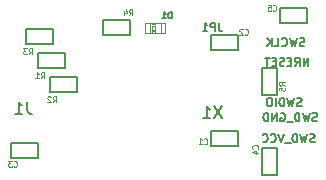
<source format=gbo>
G04 (created by PCBNEW (2013-07-07 BZR 4022)-stable) date 10/25/2013 1:54:40 PM*
%MOIN*%
G04 Gerber Fmt 3.4, Leading zero omitted, Abs format*
%FSLAX34Y34*%
G01*
G70*
G90*
G04 APERTURE LIST*
%ADD10C,0.00590551*%
%ADD11C,0.005*%
%ADD12C,0.0026*%
%ADD13C,0.004*%
%ADD14C,0.0045*%
G04 APERTURE END LIST*
G54D10*
G54D11*
X53150Y-29350D02*
X52250Y-29350D01*
X52250Y-29350D02*
X52250Y-29850D01*
X52250Y-29850D02*
X53150Y-29850D01*
X53150Y-29850D02*
X53150Y-29350D01*
X53150Y-26150D02*
X52250Y-26150D01*
X52250Y-26150D02*
X52250Y-26650D01*
X52250Y-26650D02*
X53150Y-26650D01*
X53150Y-26650D02*
X53150Y-26150D01*
G54D12*
X50223Y-25723D02*
X50223Y-26077D01*
X50223Y-26077D02*
X50066Y-26077D01*
X50066Y-25723D02*
X50066Y-26077D01*
X50223Y-25723D02*
X50066Y-25723D01*
X50734Y-25723D02*
X50734Y-26077D01*
X50734Y-26077D02*
X50577Y-26077D01*
X50577Y-25723D02*
X50577Y-26077D01*
X50734Y-25723D02*
X50577Y-25723D01*
X50400Y-25723D02*
X50400Y-25782D01*
X50400Y-25782D02*
X50282Y-25782D01*
X50282Y-25723D02*
X50282Y-25782D01*
X50400Y-25723D02*
X50282Y-25723D01*
X50400Y-26018D02*
X50400Y-26077D01*
X50400Y-26077D02*
X50282Y-26077D01*
X50282Y-26018D02*
X50282Y-26077D01*
X50400Y-26018D02*
X50282Y-26018D01*
X50400Y-25841D02*
X50400Y-25959D01*
X50400Y-25959D02*
X50282Y-25959D01*
X50282Y-25841D02*
X50282Y-25959D01*
X50400Y-25841D02*
X50282Y-25841D01*
G54D13*
X50223Y-25743D02*
X50577Y-25743D01*
X50223Y-26057D02*
X50577Y-26057D01*
G54D11*
X46500Y-27250D02*
X47400Y-27250D01*
X47400Y-27250D02*
X47400Y-26750D01*
X47400Y-26750D02*
X46500Y-26750D01*
X46500Y-26750D02*
X46500Y-27250D01*
X46900Y-28050D02*
X47800Y-28050D01*
X47800Y-28050D02*
X47800Y-27550D01*
X47800Y-27550D02*
X46900Y-27550D01*
X46900Y-27550D02*
X46900Y-28050D01*
X46100Y-26450D02*
X47000Y-26450D01*
X47000Y-26450D02*
X47000Y-25950D01*
X47000Y-25950D02*
X46100Y-25950D01*
X46100Y-25950D02*
X46100Y-26450D01*
X49550Y-25650D02*
X48650Y-25650D01*
X48650Y-25650D02*
X48650Y-26150D01*
X48650Y-26150D02*
X49550Y-26150D01*
X49550Y-26150D02*
X49550Y-25650D01*
X54550Y-25750D02*
X55450Y-25750D01*
X55450Y-25750D02*
X55450Y-25250D01*
X55450Y-25250D02*
X54550Y-25250D01*
X54550Y-25250D02*
X54550Y-25750D01*
X45600Y-30250D02*
X46500Y-30250D01*
X46500Y-30250D02*
X46500Y-29750D01*
X46500Y-29750D02*
X45600Y-29750D01*
X45600Y-29750D02*
X45600Y-30250D01*
X53950Y-29900D02*
X53950Y-30800D01*
X53950Y-30800D02*
X54450Y-30800D01*
X54450Y-30800D02*
X54450Y-29900D01*
X54450Y-29900D02*
X53950Y-29900D01*
X54450Y-28150D02*
X54450Y-27250D01*
X54450Y-27250D02*
X53950Y-27250D01*
X53950Y-27250D02*
X53950Y-28150D01*
X53950Y-28150D02*
X54450Y-28150D01*
G54D10*
X52618Y-28515D02*
X52356Y-28909D01*
X52356Y-28515D02*
X52618Y-28909D01*
X52000Y-28909D02*
X52225Y-28909D01*
X52112Y-28909D02*
X52112Y-28515D01*
X52150Y-28571D01*
X52187Y-28609D01*
X52225Y-28628D01*
X46131Y-28365D02*
X46131Y-28646D01*
X46149Y-28703D01*
X46187Y-28740D01*
X46243Y-28759D01*
X46281Y-28759D01*
X45737Y-28759D02*
X45962Y-28759D01*
X45850Y-28759D02*
X45850Y-28365D01*
X45887Y-28421D01*
X45925Y-28459D01*
X45962Y-28478D01*
G54D14*
X52030Y-29761D02*
X52038Y-29771D01*
X52064Y-29780D01*
X52081Y-29780D01*
X52107Y-29771D01*
X52124Y-29752D01*
X52132Y-29733D01*
X52141Y-29695D01*
X52141Y-29666D01*
X52132Y-29628D01*
X52124Y-29609D01*
X52107Y-29590D01*
X52081Y-29580D01*
X52064Y-29580D01*
X52038Y-29590D01*
X52030Y-29600D01*
X51858Y-29780D02*
X51961Y-29780D01*
X51910Y-29780D02*
X51910Y-29580D01*
X51927Y-29609D01*
X51944Y-29628D01*
X51961Y-29638D01*
X53380Y-26111D02*
X53388Y-26121D01*
X53414Y-26130D01*
X53431Y-26130D01*
X53457Y-26121D01*
X53474Y-26102D01*
X53482Y-26083D01*
X53491Y-26045D01*
X53491Y-26016D01*
X53482Y-25978D01*
X53474Y-25959D01*
X53457Y-25940D01*
X53431Y-25930D01*
X53414Y-25930D01*
X53388Y-25940D01*
X53380Y-25950D01*
X53311Y-25950D02*
X53302Y-25940D01*
X53285Y-25930D01*
X53242Y-25930D01*
X53225Y-25940D01*
X53217Y-25950D01*
X53208Y-25969D01*
X53208Y-25988D01*
X53217Y-26016D01*
X53320Y-26130D01*
X53208Y-26130D01*
G54D11*
X50947Y-25580D02*
X50947Y-25380D01*
X50900Y-25380D01*
X50871Y-25390D01*
X50852Y-25409D01*
X50842Y-25428D01*
X50833Y-25466D01*
X50833Y-25495D01*
X50842Y-25533D01*
X50852Y-25552D01*
X50871Y-25571D01*
X50900Y-25580D01*
X50947Y-25580D01*
X50642Y-25580D02*
X50757Y-25580D01*
X50700Y-25580D02*
X50700Y-25380D01*
X50719Y-25409D01*
X50738Y-25428D01*
X50757Y-25438D01*
G54D10*
X52529Y-25735D02*
X52529Y-25932D01*
X52542Y-25972D01*
X52569Y-25998D01*
X52608Y-26011D01*
X52634Y-26011D01*
X52398Y-26011D02*
X52398Y-25735D01*
X52293Y-25735D01*
X52267Y-25749D01*
X52254Y-25762D01*
X52240Y-25788D01*
X52240Y-25827D01*
X52254Y-25854D01*
X52267Y-25867D01*
X52293Y-25880D01*
X52398Y-25880D01*
X51978Y-26011D02*
X52135Y-26011D01*
X52057Y-26011D02*
X52057Y-25735D01*
X52083Y-25775D01*
X52109Y-25801D01*
X52135Y-25814D01*
G54D14*
X46580Y-27580D02*
X46640Y-27485D01*
X46682Y-27580D02*
X46682Y-27380D01*
X46614Y-27380D01*
X46597Y-27390D01*
X46588Y-27400D01*
X46580Y-27419D01*
X46580Y-27447D01*
X46588Y-27466D01*
X46597Y-27476D01*
X46614Y-27485D01*
X46682Y-27485D01*
X46408Y-27580D02*
X46511Y-27580D01*
X46460Y-27580D02*
X46460Y-27380D01*
X46477Y-27409D01*
X46494Y-27428D01*
X46511Y-27438D01*
X46980Y-28380D02*
X47040Y-28285D01*
X47082Y-28380D02*
X47082Y-28180D01*
X47014Y-28180D01*
X46997Y-28190D01*
X46988Y-28200D01*
X46980Y-28219D01*
X46980Y-28247D01*
X46988Y-28266D01*
X46997Y-28276D01*
X47014Y-28285D01*
X47082Y-28285D01*
X46911Y-28200D02*
X46902Y-28190D01*
X46885Y-28180D01*
X46842Y-28180D01*
X46825Y-28190D01*
X46817Y-28200D01*
X46808Y-28219D01*
X46808Y-28238D01*
X46817Y-28266D01*
X46920Y-28380D01*
X46808Y-28380D01*
X46180Y-26780D02*
X46240Y-26685D01*
X46282Y-26780D02*
X46282Y-26580D01*
X46214Y-26580D01*
X46197Y-26590D01*
X46188Y-26600D01*
X46180Y-26619D01*
X46180Y-26647D01*
X46188Y-26666D01*
X46197Y-26676D01*
X46214Y-26685D01*
X46282Y-26685D01*
X46120Y-26580D02*
X46008Y-26580D01*
X46068Y-26657D01*
X46042Y-26657D01*
X46025Y-26666D01*
X46017Y-26676D01*
X46008Y-26695D01*
X46008Y-26742D01*
X46017Y-26761D01*
X46025Y-26771D01*
X46042Y-26780D01*
X46094Y-26780D01*
X46111Y-26771D01*
X46120Y-26761D01*
X49530Y-25480D02*
X49590Y-25385D01*
X49632Y-25480D02*
X49632Y-25280D01*
X49564Y-25280D01*
X49547Y-25290D01*
X49538Y-25300D01*
X49530Y-25319D01*
X49530Y-25347D01*
X49538Y-25366D01*
X49547Y-25376D01*
X49564Y-25385D01*
X49632Y-25385D01*
X49375Y-25347D02*
X49375Y-25480D01*
X49418Y-25271D02*
X49461Y-25414D01*
X49350Y-25414D01*
G54D10*
X55722Y-29698D02*
X55683Y-29711D01*
X55617Y-29711D01*
X55591Y-29698D01*
X55578Y-29685D01*
X55565Y-29659D01*
X55565Y-29632D01*
X55578Y-29606D01*
X55591Y-29593D01*
X55617Y-29580D01*
X55670Y-29567D01*
X55696Y-29554D01*
X55709Y-29540D01*
X55722Y-29514D01*
X55722Y-29488D01*
X55709Y-29462D01*
X55696Y-29449D01*
X55670Y-29435D01*
X55604Y-29435D01*
X55565Y-29449D01*
X55473Y-29435D02*
X55407Y-29711D01*
X55355Y-29514D01*
X55302Y-29711D01*
X55237Y-29435D01*
X55132Y-29711D02*
X55132Y-29435D01*
X55066Y-29435D01*
X55027Y-29449D01*
X55000Y-29475D01*
X54987Y-29501D01*
X54974Y-29554D01*
X54974Y-29593D01*
X54987Y-29645D01*
X55000Y-29672D01*
X55027Y-29698D01*
X55066Y-29711D01*
X55132Y-29711D01*
X54922Y-29737D02*
X54712Y-29737D01*
X54685Y-29435D02*
X54594Y-29711D01*
X54502Y-29435D01*
X54252Y-29685D02*
X54266Y-29698D01*
X54305Y-29711D01*
X54331Y-29711D01*
X54370Y-29698D01*
X54397Y-29672D01*
X54410Y-29645D01*
X54423Y-29593D01*
X54423Y-29554D01*
X54410Y-29501D01*
X54397Y-29475D01*
X54370Y-29449D01*
X54331Y-29435D01*
X54305Y-29435D01*
X54266Y-29449D01*
X54252Y-29462D01*
X53977Y-29685D02*
X53990Y-29698D01*
X54029Y-29711D01*
X54056Y-29711D01*
X54095Y-29698D01*
X54121Y-29672D01*
X54134Y-29645D01*
X54147Y-29593D01*
X54147Y-29554D01*
X54134Y-29501D01*
X54121Y-29475D01*
X54095Y-29449D01*
X54056Y-29435D01*
X54029Y-29435D01*
X53990Y-29449D01*
X53977Y-29462D01*
X55283Y-28498D02*
X55244Y-28511D01*
X55179Y-28511D01*
X55152Y-28498D01*
X55139Y-28485D01*
X55126Y-28459D01*
X55126Y-28432D01*
X55139Y-28406D01*
X55152Y-28393D01*
X55179Y-28380D01*
X55231Y-28367D01*
X55257Y-28354D01*
X55270Y-28340D01*
X55283Y-28314D01*
X55283Y-28288D01*
X55270Y-28262D01*
X55257Y-28249D01*
X55231Y-28235D01*
X55165Y-28235D01*
X55126Y-28249D01*
X55034Y-28235D02*
X54969Y-28511D01*
X54916Y-28314D01*
X54864Y-28511D01*
X54798Y-28235D01*
X54693Y-28511D02*
X54693Y-28235D01*
X54627Y-28235D01*
X54588Y-28249D01*
X54562Y-28275D01*
X54549Y-28301D01*
X54535Y-28354D01*
X54535Y-28393D01*
X54549Y-28445D01*
X54562Y-28472D01*
X54588Y-28498D01*
X54627Y-28511D01*
X54693Y-28511D01*
X54417Y-28511D02*
X54417Y-28235D01*
X54234Y-28235D02*
X54181Y-28235D01*
X54155Y-28249D01*
X54129Y-28275D01*
X54116Y-28327D01*
X54116Y-28419D01*
X54129Y-28472D01*
X54155Y-28498D01*
X54181Y-28511D01*
X54234Y-28511D01*
X54260Y-28498D01*
X54286Y-28472D01*
X54299Y-28419D01*
X54299Y-28327D01*
X54286Y-28275D01*
X54260Y-28249D01*
X54234Y-28235D01*
X55373Y-26498D02*
X55333Y-26511D01*
X55268Y-26511D01*
X55242Y-26498D01*
X55229Y-26485D01*
X55215Y-26459D01*
X55215Y-26432D01*
X55229Y-26406D01*
X55242Y-26393D01*
X55268Y-26380D01*
X55320Y-26367D01*
X55347Y-26354D01*
X55360Y-26340D01*
X55373Y-26314D01*
X55373Y-26288D01*
X55360Y-26262D01*
X55347Y-26249D01*
X55320Y-26235D01*
X55255Y-26235D01*
X55215Y-26249D01*
X55124Y-26235D02*
X55058Y-26511D01*
X55005Y-26314D01*
X54953Y-26511D01*
X54887Y-26235D01*
X54625Y-26485D02*
X54638Y-26498D01*
X54677Y-26511D01*
X54704Y-26511D01*
X54743Y-26498D01*
X54769Y-26472D01*
X54782Y-26445D01*
X54795Y-26393D01*
X54795Y-26354D01*
X54782Y-26301D01*
X54769Y-26275D01*
X54743Y-26249D01*
X54704Y-26235D01*
X54677Y-26235D01*
X54638Y-26249D01*
X54625Y-26262D01*
X54375Y-26511D02*
X54507Y-26511D01*
X54507Y-26235D01*
X54284Y-26511D02*
X54284Y-26235D01*
X54126Y-26511D02*
X54244Y-26354D01*
X54126Y-26235D02*
X54284Y-26393D01*
X55502Y-27161D02*
X55502Y-26885D01*
X55344Y-27161D01*
X55344Y-26885D01*
X55055Y-27161D02*
X55147Y-27030D01*
X55213Y-27161D02*
X55213Y-26885D01*
X55108Y-26885D01*
X55082Y-26899D01*
X55069Y-26912D01*
X55055Y-26938D01*
X55055Y-26977D01*
X55069Y-27004D01*
X55082Y-27017D01*
X55108Y-27030D01*
X55213Y-27030D01*
X54937Y-27017D02*
X54845Y-27017D01*
X54806Y-27161D02*
X54937Y-27161D01*
X54937Y-26885D01*
X54806Y-26885D01*
X54701Y-27148D02*
X54662Y-27161D01*
X54596Y-27161D01*
X54570Y-27148D01*
X54557Y-27135D01*
X54544Y-27109D01*
X54544Y-27082D01*
X54557Y-27056D01*
X54570Y-27043D01*
X54596Y-27030D01*
X54649Y-27017D01*
X54675Y-27004D01*
X54688Y-26990D01*
X54701Y-26964D01*
X54701Y-26938D01*
X54688Y-26912D01*
X54675Y-26899D01*
X54649Y-26885D01*
X54583Y-26885D01*
X54544Y-26899D01*
X54425Y-27017D02*
X54334Y-27017D01*
X54294Y-27161D02*
X54425Y-27161D01*
X54425Y-26885D01*
X54294Y-26885D01*
X54216Y-26885D02*
X54058Y-26885D01*
X54137Y-27161D02*
X54137Y-26885D01*
X55798Y-28998D02*
X55759Y-29011D01*
X55693Y-29011D01*
X55667Y-28998D01*
X55654Y-28985D01*
X55641Y-28959D01*
X55641Y-28932D01*
X55654Y-28906D01*
X55667Y-28893D01*
X55693Y-28880D01*
X55746Y-28867D01*
X55772Y-28854D01*
X55785Y-28840D01*
X55798Y-28814D01*
X55798Y-28788D01*
X55785Y-28762D01*
X55772Y-28749D01*
X55746Y-28735D01*
X55680Y-28735D01*
X55641Y-28749D01*
X55549Y-28735D02*
X55483Y-29011D01*
X55431Y-28814D01*
X55379Y-29011D01*
X55313Y-28735D01*
X55208Y-29011D02*
X55208Y-28735D01*
X55142Y-28735D01*
X55103Y-28749D01*
X55077Y-28775D01*
X55064Y-28801D01*
X55050Y-28854D01*
X55050Y-28893D01*
X55064Y-28945D01*
X55077Y-28972D01*
X55103Y-28998D01*
X55142Y-29011D01*
X55208Y-29011D01*
X54998Y-29037D02*
X54788Y-29037D01*
X54578Y-28749D02*
X54604Y-28735D01*
X54644Y-28735D01*
X54683Y-28749D01*
X54709Y-28775D01*
X54722Y-28801D01*
X54735Y-28854D01*
X54735Y-28893D01*
X54722Y-28945D01*
X54709Y-28972D01*
X54683Y-28998D01*
X54644Y-29011D01*
X54617Y-29011D01*
X54578Y-28998D01*
X54565Y-28985D01*
X54565Y-28893D01*
X54617Y-28893D01*
X54447Y-29011D02*
X54447Y-28735D01*
X54289Y-29011D01*
X54289Y-28735D01*
X54158Y-29011D02*
X54158Y-28735D01*
X54092Y-28735D01*
X54053Y-28749D01*
X54027Y-28775D01*
X54014Y-28801D01*
X54001Y-28854D01*
X54001Y-28893D01*
X54014Y-28945D01*
X54027Y-28972D01*
X54053Y-28998D01*
X54092Y-29011D01*
X54158Y-29011D01*
G54D14*
X54330Y-25311D02*
X54338Y-25321D01*
X54364Y-25330D01*
X54381Y-25330D01*
X54407Y-25321D01*
X54424Y-25302D01*
X54432Y-25283D01*
X54441Y-25245D01*
X54441Y-25216D01*
X54432Y-25178D01*
X54424Y-25159D01*
X54407Y-25140D01*
X54381Y-25130D01*
X54364Y-25130D01*
X54338Y-25140D01*
X54330Y-25150D01*
X54167Y-25130D02*
X54252Y-25130D01*
X54261Y-25226D01*
X54252Y-25216D01*
X54235Y-25207D01*
X54192Y-25207D01*
X54175Y-25216D01*
X54167Y-25226D01*
X54158Y-25245D01*
X54158Y-25292D01*
X54167Y-25311D01*
X54175Y-25321D01*
X54192Y-25330D01*
X54235Y-25330D01*
X54252Y-25321D01*
X54261Y-25311D01*
X45680Y-30511D02*
X45688Y-30521D01*
X45714Y-30530D01*
X45731Y-30530D01*
X45757Y-30521D01*
X45774Y-30502D01*
X45782Y-30483D01*
X45791Y-30445D01*
X45791Y-30416D01*
X45782Y-30378D01*
X45774Y-30359D01*
X45757Y-30340D01*
X45731Y-30330D01*
X45714Y-30330D01*
X45688Y-30340D01*
X45680Y-30350D01*
X45620Y-30330D02*
X45508Y-30330D01*
X45568Y-30407D01*
X45542Y-30407D01*
X45525Y-30416D01*
X45517Y-30426D01*
X45508Y-30445D01*
X45508Y-30492D01*
X45517Y-30511D01*
X45525Y-30521D01*
X45542Y-30530D01*
X45594Y-30530D01*
X45611Y-30521D01*
X45620Y-30511D01*
X53811Y-29920D02*
X53821Y-29911D01*
X53830Y-29885D01*
X53830Y-29868D01*
X53821Y-29842D01*
X53802Y-29825D01*
X53783Y-29817D01*
X53745Y-29808D01*
X53716Y-29808D01*
X53678Y-29817D01*
X53659Y-29825D01*
X53640Y-29842D01*
X53630Y-29868D01*
X53630Y-29885D01*
X53640Y-29911D01*
X53650Y-29920D01*
X53697Y-30074D02*
X53830Y-30074D01*
X53621Y-30031D02*
X53764Y-29988D01*
X53764Y-30100D01*
X54730Y-27820D02*
X54635Y-27760D01*
X54730Y-27717D02*
X54530Y-27717D01*
X54530Y-27785D01*
X54540Y-27802D01*
X54550Y-27811D01*
X54569Y-27820D01*
X54597Y-27820D01*
X54616Y-27811D01*
X54626Y-27802D01*
X54635Y-27785D01*
X54635Y-27717D01*
X54530Y-27982D02*
X54530Y-27897D01*
X54626Y-27888D01*
X54616Y-27897D01*
X54607Y-27914D01*
X54607Y-27957D01*
X54616Y-27974D01*
X54626Y-27982D01*
X54645Y-27991D01*
X54692Y-27991D01*
X54711Y-27982D01*
X54721Y-27974D01*
X54730Y-27957D01*
X54730Y-27914D01*
X54721Y-27897D01*
X54711Y-27888D01*
M02*

</source>
